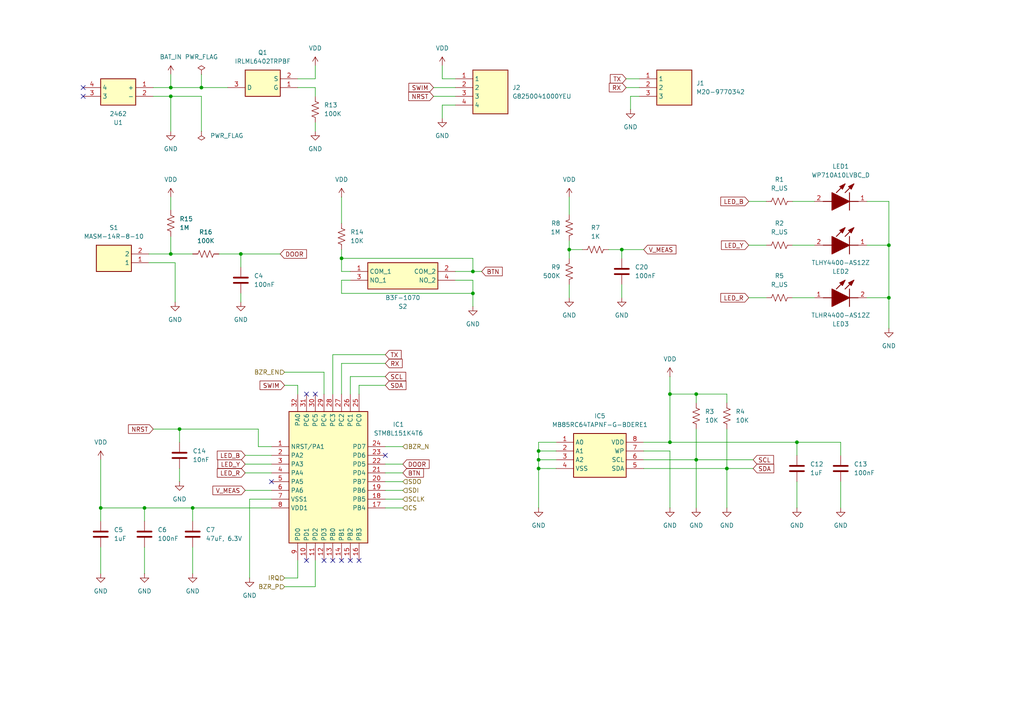
<source format=kicad_sch>
(kicad_sch (version 20250114) (generator "eeschema") (generator_version "9.0")
  (paper "A4")
  (title_block (title "MCU") (date "2025-10-02") (rev "REV0.0") (company "NPX4U"))
  (lib_symbols
    (symbol "2462:2462"
      (property "Reference" "U" (at 16.51 7.62 0))
      (property "Value" "2462" (at 16.51 5.08 0))
      (symbol "2462_1_1"
        (rectangle (start 5.08 2.54) (end 15.24 -5.08) (stroke (width 0.254)) (fill (type background)))
        (pin passive line (at 0 0 0) (length 5.08) (name "3") (number "3"))
        (pin passive line (at 0 -2.54 0) (length 5.08) (name "4") (number "4"))
        (pin passive line (at 20.32 0 180) (length 5.08) (name "-") (number "2"))
        (pin passive line (at 20.32 -2.54 180) (length 5.08) (name "+") (number "1"))
      )
    )
    (symbol "B3F-1070:B3F-1070"
      (property "Reference" "S" (at 26.67 7.62 0))
      (property "Value" "B3F-1070" (at 26.67 5.08 0))
      (symbol "B3F-1070_1_1"
        (rectangle (start 5.08 2.54) (end 25.4 -5.08) (stroke (width 0.254)) (fill (type background)))
        (pin passive line (at 0 0 0) (length 5.08) (name "NO_2") (number "4"))
        (pin passive line (at 0 -2.54 0) (length 5.08) (name "COM_2") (number "2"))
        (pin passive line (at 30.48 0 180) (length 5.08) (name "NO_1") (number "3"))
        (pin passive line (at 30.48 -2.54 180) (length 5.08) (name "COM_1") (number "1"))
      )
    )
    (symbol "Device:C" (pin_numbers (hide yes)) (pin_names (offset 0.254))
      (property "Reference" "C" (at 0.635 2.54 0))
      (property "Value" "C" (at 0.635 -2.54 0))
      (symbol "C_0_1"
        (polyline (pts (xy -2.032 0.762) (xy 2.032 0.762)) (stroke (width 0.508)))
        (polyline (pts (xy -2.032 -0.762) (xy 2.032 -0.762)) (stroke (width 0.508)))
      )
      (symbol "C_1_1"
        (pin passive line (at 0 3.81 270) (length 2.794) (name "~") (number "1"))
        (pin passive line (at 0 -3.81 90) (length 2.794) (name "~") (number "2"))
      )
    )
    (symbol "Device:R_US" (pin_numbers (hide yes)) (pin_names (offset 0))
      (property "Reference" "R" (at 2.54 0 90))
      (property "Value" "R_US" (at -2.54 0 90))
      (symbol "R_US_0_1"
        (polyline (pts (xy 0 2.286) (xy 0 2.54)))
        (polyline (pts (xy 0 2.286) (xy 1.016 1.905) (xy 0 1.524) (xy -1.016 1.143) (xy 0 0.762)))
        (polyline (pts (xy 0 0.762) (xy 1.016 0.381) (xy 0 0) (xy -1.016 -0.381) (xy 0 -0.762)))
        (polyline (pts (xy 0 -0.762) (xy 1.016 -1.143) (xy 0 -1.524) (xy -1.016 -1.905) (xy 0 -2.286)))
        (polyline (pts (xy 0 -2.286) (xy 0 -2.54)))
      )
      (symbol "R_US_1_1"
        (pin passive line (at 0 3.81 270) (length 1.27) (name "~") (number "1"))
        (pin passive line (at 0 -3.81 90) (length 1.27) (name "~") (number "2"))
      )
    )
    (symbol "G8250041000YEU:G8250041000YEU"
      (property "Reference" "J" (at 16.51 7.62 0))
      (property "Value" "G8250041000YEU" (at 16.51 5.08 0))
      (symbol "G8250041000YEU_1_1"
        (rectangle (start 5.08 2.54) (end 15.24 -10.16) (stroke (width 0.254)) (fill (type background)))
        (pin passive line (at 0 0 0) (length 5.08) (name "1") (number "1"))
        (pin passive line (at 0 -2.54 0) (length 5.08) (name "2") (number "2"))
        (pin passive line (at 0 -5.08 0) (length 5.08) (name "3") (number "3"))
        (pin passive line (at 0 -7.62 0) (length 5.08) (name "4") (number "4"))
      )
    )
    (symbol "IRLML6402TRPBF:IRLML6402TRPBF"
      (property "Reference" "Q" (at 16.51 7.62 0))
      (property "Value" "IRLML6402TRPBF" (at 16.51 5.08 0))
      (symbol "IRLML6402TRPBF_1_1"
        (rectangle (start 5.08 2.54) (end 15.24 -5.08) (stroke (width 0.254)) (fill (type background)))
        (pin passive line (at 0 0 0) (length 5.08) (name "G") (number "1"))
        (pin passive line (at 0 -2.54 0) (length 5.08) (name "S") (number "2"))
        (pin passive line (at 20.32 0 180) (length 5.08) (name "D") (number "3"))
      )
    )
    (symbol "M20-9770342:M20-9770342"
      (property "Reference" "J" (at 16.51 7.62 0))
      (property "Value" "M20-9770342" (at 16.51 5.08 0))
      (symbol "M20-9770342_1_1"
        (rectangle (start 5.08 2.54) (end 15.24 -7.62) (stroke (width 0.254)) (fill (type background)))
        (pin passive line (at 0 0 0) (length 5.08) (name "1") (number "1"))
        (pin passive line (at 0 -2.54 0) (length 5.08) (name "2") (number "2"))
        (pin passive line (at 0 -5.08 0) (length 5.08) (name "3") (number "3"))
      )
    )
    (symbol "MASM-14R-8-10:MASM-14R-8-10"
      (property "Reference" "S" (at 16.51 7.62 0))
      (property "Value" "MASM-14R-8-10" (at 16.51 5.08 0))
      (symbol "MASM-14R-8-10_1_1"
        (rectangle (start 5.08 2.54) (end 15.24 -5.08) (stroke (width 0.254)) (fill (type background)))
        (pin passive line (at 0 0 0) (length 5.08) (name "1") (number "1"))
        (pin passive line (at 0 -2.54 0) (length 5.08) (name "2") (number "2"))
      )
    )
    (symbol "MB85RC64TAPNF-G-BDERE1:MB85RC64TAPNF-G-BDERE1"
      (property "Reference" "IC" (at 21.59 7.62 0))
      (property "Value" "MB85RC64TAPNF-G-BDERE1" (at 21.59 5.08 0))
      (symbol "MB85RC64TAPNF-G-BDERE1_1_1"
        (rectangle (start 5.08 2.54) (end 20.32 -10.16) (stroke (width 0.254)) (fill (type background)))
        (pin passive line (at 0 0 0) (length 5.08) (name "A0") (number "1"))
        (pin passive line (at 0 -2.54 0) (length 5.08) (name "A1") (number "2"))
        (pin passive line (at 0 -5.08 0) (length 5.08) (name "A2") (number "3"))
        (pin passive line (at 0 -7.62 0) (length 5.08) (name "VSS") (number "4"))
        (pin passive line (at 25.4 0 180) (length 5.08) (name "VDD") (number "8"))
        (pin passive line (at 25.4 -2.54 180) (length 5.08) (name "WP") (number "7"))
        (pin passive line (at 25.4 -5.08 180) (length 5.08) (name "SCL") (number "6"))
        (pin passive line (at 25.4 -7.62 180) (length 5.08) (name "SDA") (number "5"))
      )
    )
    (symbol "STM8L151K4T6:STM8L151K4T6"
      (property "Reference" "IC" (at 29.21 15.24 0))
      (property "Value" "STM8L151K4T6" (at 29.21 12.7 0))
      (symbol "STM8L151K4T6_1_1"
        (rectangle (start 5.08 10.16) (end 27.94 -27.94) (stroke (width 0.254)) (fill (type background)))
        (pin passive line (at 0 0 0) (length 5.08) (name "NRST/PA1") (number "1"))
        (pin passive line (at 0 -2.54 0) (length 5.08) (name "PA2") (number "2"))
        (pin passive line (at 0 -5.08 0) (length 5.08) (name "PA3") (number "3"))
        (pin passive line (at 0 -7.62 0) (length 5.08) (name "PA4") (number "4"))
        (pin passive line (at 0 -10.16 0) (length 5.08) (name "PA5") (number "5"))
        (pin passive line (at 0 -12.7 0) (length 5.08) (name "PA6") (number "6"))
        (pin passive line (at 0 -15.24 0) (length 5.08) (name "VSS1") (number "7"))
        (pin passive line (at 0 -17.78 0) (length 5.08) (name "VDD1") (number "8"))
        (pin passive line (at 7.62 15.24 270) (length 5.08) (name "PA0") (number "32"))
        (pin passive line (at 7.62 -33.02 90) (length 5.08) (name "PD0") (number "9"))
        (pin passive line (at 10.16 15.24 270) (length 5.08) (name "PC6") (number "31"))
        (pin passive line (at 10.16 -33.02 90) (length 5.08) (name "PD1") (number "10"))
        (pin passive line (at 12.7 15.24 270) (length 5.08) (name "PC5") (number "30"))
        (pin passive line (at 12.7 -33.02 90) (length 5.08) (name "PD2") (number "11"))
        (pin passive line (at 15.24 15.24 270) (length 5.08) (name "PC4") (number "29"))
        (pin passive line (at 15.24 -33.02 90) (length 5.08) (name "PD3") (number "12"))
        (pin passive line (at 17.78 15.24 270) (length 5.08) (name "PC3") (number "28"))
        (pin passive line (at 17.78 -33.02 90) (length 5.08) (name "PB0") (number "13"))
        (pin passive line (at 20.32 15.24 270) (length 5.08) (name "PC2") (number "27"))
        (pin passive line (at 20.32 -33.02 90) (length 5.08) (name "PB1") (number "14"))
        (pin passive line (at 22.86 15.24 270) (length 5.08) (name "PC1") (number "26"))
        (pin passive line (at 22.86 -33.02 90) (length 5.08) (name "PB2") (number "15"))
        (pin passive line (at 25.4 15.24 270) (length 5.08) (name "PC0") (number "25"))
        (pin passive line (at 25.4 -33.02 90) (length 5.08) (name "PB3") (number "16"))
        (pin passive line (at 33.02 0 180) (length 5.08) (name "PD7") (number "24"))
        (pin passive line (at 33.02 -2.54 180) (length 5.08) (name "PD6") (number "23"))
        (pin passive line (at 33.02 -5.08 180) (length 5.08) (name "PD5") (number "22"))
        (pin passive line (at 33.02 -7.62 180) (length 5.08) (name "PD4") (number "21"))
        (pin passive line (at 33.02 -10.16 180) (length 5.08) (name "PB7") (number "20"))
        (pin passive line (at 33.02 -12.7 180) (length 5.08) (name "PB6") (number "19"))
        (pin passive line (at 33.02 -15.24 180) (length 5.08) (name "PB5") (number "18"))
        (pin passive line (at 33.02 -17.78 180) (length 5.08) (name "PB4") (number "17"))
      )
    )
    (symbol "TLHR4400-AS12Z:TLHR4400-AS12Z" (pin_names (hide yes))
      (property "Reference" "LED" (at 12.7 8.89 0))
      (property "Value" "TLHR4400-AS12Z" (at 12.7 6.35 0))
      (symbol "TLHR4400-AS12Z_1_1"
        (polyline (pts (xy 2.54 0) (xy 5.08 0)) (stroke (width 0.254)))
        (polyline (pts (xy 5.08 2.54) (xy 5.08 -2.54)) (stroke (width 0.254)))
        (polyline (pts (xy 5.08 0) (xy 10.16 2.54) (xy 10.16 -2.54) (xy 5.08 0)) (stroke (width 0.254)) (fill (type outline)))
        (polyline (pts (xy 5.334 4.318) (xy 4.572 3.556) (xy 3.81 5.08) (xy 5.334 4.318)) (stroke (width 0.254)) (fill (type outline)))
        (polyline (pts (xy 6.35 2.54) (xy 3.81 5.08)) (stroke (width 0.254)))
        (polyline (pts (xy 7.874 4.318) (xy 7.112 3.556) (xy 6.35 5.08) (xy 7.874 4.318)) (stroke (width 0.254)) (fill (type outline)))
        (polyline (pts (xy 8.89 2.54) (xy 6.35 5.08)) (stroke (width 0.254)))
        (polyline (pts (xy 10.16 0) (xy 12.7 0)) (stroke (width 0.254)))
        (pin passive line (at 0 0 0) (length 2.54) (name "K") (number "2"))
        (pin passive line (at 15.24 0 180) (length 2.54) (name "A") (number "1"))
      )
    )
    (symbol "TLHY4400-AS12Z:TLHY4400-AS12Z" (pin_names (hide yes))
      (property "Reference" "LED" (at 12.7 8.89 0))
      (property "Value" "TLHY4400-AS12Z" (at 12.7 6.35 0))
      (symbol "TLHY4400-AS12Z_1_1"
        (polyline (pts (xy 2.54 0) (xy 5.08 0)) (stroke (width 0.254)))
        (polyline (pts (xy 5.08 2.54) (xy 5.08 -2.54)) (stroke (width 0.254)))
        (polyline (pts (xy 5.08 0) (xy 10.16 2.54) (xy 10.16 -2.54) (xy 5.08 0)) (stroke (width 0.254)) (fill (type outline)))
        (polyline (pts (xy 5.334 4.318) (xy 4.572 3.556) (xy 3.81 5.08) (xy 5.334 4.318)) (stroke (width 0.254)) (fill (type outline)))
        (polyline (pts (xy 6.35 2.54) (xy 3.81 5.08)) (stroke (width 0.254)))
        (polyline (pts (xy 7.874 4.318) (xy 7.112 3.556) (xy 6.35 5.08) (xy 7.874 4.318)) (stroke (width 0.254)) (fill (type outline)))
        (polyline (pts (xy 8.89 2.54) (xy 6.35 5.08)) (stroke (width 0.254)))
        (polyline (pts (xy 10.16 0) (xy 12.7 0)) (stroke (width 0.254)))
        (pin passive line (at 0 0 0) (length 2.54) (name "K") (number "1"))
        (pin passive line (at 15.24 0 180) (length 2.54) (name "A") (number "2"))
      )
    )
    (symbol "WP710A10LVBC_D:WP710A10LVBC_D" (pin_names (hide yes))
      (property "Reference" "LED" (at 12.7 8.89 0))
      (property "Value" "WP710A10LVBC_D" (at 12.7 6.35 0))
      (symbol "WP710A10LVBC_D_1_1"
        (polyline (pts (xy 2.54 0) (xy 5.08 0)) (stroke (width 0.254)))
        (polyline (pts (xy 5.08 2.54) (xy 5.08 -2.54)) (stroke (width 0.254)))
        (polyline (pts (xy 5.08 0) (xy 10.16 2.54) (xy 10.16 -2.54) (xy 5.08 0)) (stroke (width 0.254)) (fill (type outline)))
        (polyline (pts (xy 5.334 4.318) (xy 4.572 3.556) (xy 3.81 5.08) (xy 5.334 4.318)) (stroke (width 0.254)) (fill (type outline)))
        (polyline (pts (xy 6.35 2.54) (xy 3.81 5.08)) (stroke (width 0.254)))
        (polyline (pts (xy 7.874 4.318) (xy 7.112 3.556) (xy 6.35 5.08) (xy 7.874 4.318)) (stroke (width 0.254)) (fill (type outline)))
        (polyline (pts (xy 8.89 2.54) (xy 6.35 5.08)) (stroke (width 0.254)))
        (polyline (pts (xy 10.16 0) (xy 12.7 0)) (stroke (width 0.254)))
        (pin passive line (at 0 0 0) (length 2.54) (name "K") (number "1"))
        (pin passive line (at 15.24 0 180) (length 2.54) (name "A") (number "2"))
      )
    )
    (symbol "power:GND" (power) (pin_numbers (hide yes)) (pin_names (offset 0) (hide yes))
      (property "Value" "GND" (at 0 -3.81 0))
      (symbol "GND_0_1"
        (polyline (pts (xy 0 0) (xy 0 -1.27) (xy 1.27 -1.27) (xy 0 -2.54) (xy -1.27 -1.27) (xy 0 -1.27)))
      )
      (symbol "GND_1_1"
        (pin power_in line (at 0 0 270) (length 0) (name "~") (number "1"))
      )
    )
    (symbol "power:PWR_FLAG" (power) (pin_numbers (hide yes)) (pin_names (offset 0) (hide yes))
      (property "Value" "PWR_FLAG" (at 0 3.81 0))
      (symbol "PWR_FLAG_0_0"
        (pin power_out line (at 0 0 90) (length 0) (name "~") (number "1"))
      )
      (symbol "PWR_FLAG_0_1"
        (polyline (pts (xy 0 0) (xy 0 1.27) (xy -1.016 1.905) (xy 0 2.54) (xy 1.016 1.905) (xy 0 1.27)))
      )
    )
    (symbol "power:VDD" (power) (pin_numbers (hide yes)) (pin_names (offset 0) (hide yes))
      (property "Value" "VDD" (at 0 3.556 0))
      (symbol "VDD_0_1"
        (polyline (pts (xy -0.762 1.27) (xy 0 2.54)))
        (polyline (pts (xy 0 2.54) (xy 0.762 1.27)))
        (polyline (pts (xy 0 0) (xy 0 2.54)))
      )
      (symbol "VDD_1_1"
        (pin power_in line (at 0 0 90) (length 0) (name "~") (number "1"))
      )
    )
  )
  (junction (at 257.81 71.12))
  (junction (at 99.06 74.93))
  (junction (at 210.82 135.89))
  (junction (at 52.07 124.46))
  (junction (at 257.81 86.36))
  (junction (at 201.93 114.3))
  (junction (at 29.21 147.32))
  (junction (at 41.91 147.32))
  (junction (at 180.34 72.39))
  (junction (at 156.21 135.89))
  (junction (at 69.85 73.66))
  (junction (at 137.16 78.74))
  (junction (at 49.53 73.66))
  (junction (at 55.88 147.32))
  (junction (at 49.53 25.4))
  (junction (at 137.16 85.09))
  (junction (at 156.21 133.35))
  (junction (at 58.42 25.4))
  (junction (at 165.1 72.39))
  (junction (at 231.14 128.27))
  (junction (at 49.53 27.94))
  (junction (at 194.31 128.27))
  (junction (at 194.31 114.3))
  (junction (at 201.93 133.35))
  (junction (at 156.21 130.81))
  (no_connect (at 24.13 27.94))
  (no_connect (at 78.74 139.7))
  (no_connect (at 91.44 114.3))
  (no_connect (at 99.06 162.56))
  (no_connect (at 101.6 162.56))
  (no_connect (at 104.14 162.56))
  (no_connect (at 88.9 114.3))
  (no_connect (at 111.76 132.08))
  (no_connect (at 93.98 162.56))
  (no_connect (at 88.9 162.56))
  (no_connect (at 24.13 25.4))
  (no_connect (at 96.52 162.56))
  (wire (pts (xy 165.1 69.85) (xy 165.1 72.39)))
  (wire (pts (xy 58.42 38.1) (xy 58.42 27.94)))
  (wire (pts (xy 41.91 158.75) (xy 41.91 166.37)))
  (wire (pts (xy 156.21 133.35) (xy 161.29 133.35)))
  (wire (pts (xy 137.16 74.93) (xy 99.06 74.93)))
  (wire (pts (xy 99.06 74.93) (xy 99.06 72.39)))
  (wire (pts (xy 74.93 124.46) (xy 74.93 129.54)))
  (wire (pts (xy 104.14 111.76) (xy 104.14 114.3)))
  (wire (pts (xy 132.08 22.86) (xy 128.27 22.86)))
  (wire (pts (xy 156.21 135.89) (xy 156.21 133.35)))
  (wire (pts (xy 50.8 87.63) (xy 50.8 76.2)))
  (wire (pts (xy 49.53 21.59) (xy 49.53 25.4)))
  (wire (pts (xy 71.12 132.08) (xy 78.74 132.08)))
  (wire (pts (xy 55.88 147.32) (xy 41.91 147.32)))
  (wire (pts (xy 29.21 158.75) (xy 29.21 166.37)))
  (wire (pts (xy 55.88 158.75) (xy 55.88 166.37)))
  (wire (pts (xy 201.93 133.35) (xy 218.44 133.35)))
  (wire (pts (xy 99.06 78.74) (xy 99.06 74.93)))
  (wire (pts (xy 156.21 147.32) (xy 156.21 135.89)))
  (wire (pts (xy 229.87 58.42) (xy 236.22 58.42)))
  (wire (pts (xy 49.53 27.94) (xy 49.53 38.1)))
  (wire (pts (xy 180.34 82.55) (xy 180.34 86.36)))
  (wire (pts (xy 86.36 111.76) (xy 86.36 114.3)))
  (wire (pts (xy 210.82 116.84) (xy 210.82 114.3)))
  (wire (pts (xy 125.73 27.94) (xy 132.08 27.94)))
  (wire (pts (xy 99.06 105.41) (xy 111.76 105.41)))
  (wire (pts (xy 82.55 167.64) (xy 86.36 167.64)))
  (wire (pts (xy 111.76 102.87) (xy 96.52 102.87)))
  (wire (pts (xy 63.5 73.66) (xy 69.85 73.66)))
  (wire (pts (xy 165.1 72.39) (xy 165.1 74.93)))
  (wire (pts (xy 217.17 58.42) (xy 222.25 58.42)))
  (wire (pts (xy 58.42 25.4) (xy 66.04 25.4)))
  (wire (pts (xy 55.88 147.32) (xy 55.88 151.13)))
  (wire (pts (xy 156.21 135.89) (xy 161.29 135.89)))
  (wire (pts (xy 101.6 109.22) (xy 101.6 114.3)))
  (wire (pts (xy 93.98 107.95) (xy 93.98 114.3)))
  (wire (pts (xy 137.16 81.28) (xy 132.08 81.28)))
  (wire (pts (xy 49.53 73.66) (xy 49.53 68.58)))
  (wire (pts (xy 156.21 130.81) (xy 156.21 128.27)))
  (wire (pts (xy 231.14 132.08) (xy 231.14 128.27)))
  (wire (pts (xy 52.07 124.46) (xy 44.45 124.46)))
  (wire (pts (xy 52.07 124.46) (xy 52.07 128.27)))
  (wire (pts (xy 194.31 114.3) (xy 194.31 109.22)))
  (wire (pts (xy 210.82 114.3) (xy 201.93 114.3)))
  (wire (pts (xy 217.17 86.36) (xy 222.25 86.36)))
  (wire (pts (xy 165.1 57.15) (xy 165.1 62.23)))
  (wire (pts (xy 137.16 78.74) (xy 139.7 78.74)))
  (wire (pts (xy 49.53 73.66) (xy 55.88 73.66)))
  (wire (pts (xy 186.69 135.89) (xy 210.82 135.89)))
  (wire (pts (xy 176.53 72.39) (xy 180.34 72.39)))
  (wire (pts (xy 194.31 130.81) (xy 186.69 130.81)))
  (wire (pts (xy 156.21 130.81) (xy 161.29 130.81)))
  (wire (pts (xy 58.42 21.59) (xy 58.42 25.4)))
  (wire (pts (xy 86.36 167.64) (xy 86.36 162.56)))
  (wire (pts (xy 111.76 147.32) (xy 116.84 147.32)))
  (wire (pts (xy 99.06 114.3) (xy 99.06 105.41)))
  (wire (pts (xy 251.46 71.12) (xy 257.81 71.12)))
  (wire (pts (xy 128.27 30.48) (xy 128.27 34.29)))
  (wire (pts (xy 111.76 137.16) (xy 116.84 137.16)))
  (wire (pts (xy 49.53 57.15) (xy 49.53 60.96)))
  (wire (pts (xy 132.08 30.48) (xy 128.27 30.48)))
  (wire (pts (xy 251.46 86.36) (xy 257.81 86.36)))
  (wire (pts (xy 43.18 73.66) (xy 49.53 73.66)))
  (wire (pts (xy 186.69 133.35) (xy 201.93 133.35)))
  (wire (pts (xy 194.31 128.27) (xy 194.31 114.3)))
  (wire (pts (xy 182.88 27.94) (xy 182.88 31.75)))
  (wire (pts (xy 91.44 22.86) (xy 91.44 19.05)))
  (wire (pts (xy 181.61 25.4) (xy 185.42 25.4)))
  (wire (pts (xy 72.39 144.78) (xy 78.74 144.78)))
  (wire (pts (xy 243.84 128.27) (xy 231.14 128.27)))
  (wire (pts (xy 180.34 72.39) (xy 180.34 74.93)))
  (wire (pts (xy 165.1 72.39) (xy 168.91 72.39)))
  (wire (pts (xy 44.45 25.4) (xy 49.53 25.4)))
  (wire (pts (xy 41.91 147.32) (xy 41.91 151.13)))
  (wire (pts (xy 257.81 71.12) (xy 257.81 86.36)))
  (wire (pts (xy 137.16 85.09) (xy 137.16 81.28)))
  (wire (pts (xy 99.06 85.09) (xy 137.16 85.09)))
  (wire (pts (xy 229.87 86.36) (xy 236.22 86.36)))
  (wire (pts (xy 49.53 25.4) (xy 58.42 25.4)))
  (wire (pts (xy 82.55 170.18) (xy 91.44 170.18)))
  (wire (pts (xy 71.12 134.62) (xy 78.74 134.62)))
  (wire (pts (xy 132.08 78.74) (xy 137.16 78.74)))
  (wire (pts (xy 82.55 111.76) (xy 86.36 111.76)))
  (wire (pts (xy 74.93 129.54) (xy 78.74 129.54)))
  (wire (pts (xy 231.14 128.27) (xy 194.31 128.27)))
  (wire (pts (xy 86.36 25.4) (xy 91.44 25.4)))
  (wire (pts (xy 101.6 81.28) (xy 99.06 81.28)))
  (wire (pts (xy 111.76 129.54) (xy 116.84 129.54)))
  (wire (pts (xy 137.16 88.9) (xy 137.16 85.09)))
  (wire (pts (xy 41.91 147.32) (xy 29.21 147.32)))
  (wire (pts (xy 257.81 58.42) (xy 257.81 71.12)))
  (wire (pts (xy 99.06 57.15) (xy 99.06 64.77)))
  (wire (pts (xy 111.76 134.62) (xy 116.84 134.62)))
  (wire (pts (xy 111.76 142.24) (xy 116.84 142.24)))
  (wire (pts (xy 69.85 85.09) (xy 69.85 87.63)))
  (wire (pts (xy 55.88 147.32) (xy 78.74 147.32)))
  (wire (pts (xy 243.84 139.7) (xy 243.84 147.32)))
  (wire (pts (xy 251.46 58.42) (xy 257.81 58.42)))
  (wire (pts (xy 111.76 144.78) (xy 116.84 144.78)))
  (wire (pts (xy 69.85 73.66) (xy 69.85 77.47)))
  (wire (pts (xy 257.81 86.36) (xy 257.81 95.25)))
  (wire (pts (xy 210.82 135.89) (xy 210.82 147.32)))
  (wire (pts (xy 86.36 22.86) (xy 91.44 22.86)))
  (wire (pts (xy 71.12 142.24) (xy 78.74 142.24)))
  (wire (pts (xy 111.76 109.22) (xy 101.6 109.22)))
  (wire (pts (xy 180.34 72.39) (xy 186.69 72.39)))
  (wire (pts (xy 99.06 81.28) (xy 99.06 85.09)))
  (wire (pts (xy 91.44 25.4) (xy 91.44 27.94)))
  (wire (pts (xy 125.73 25.4) (xy 132.08 25.4)))
  (wire (pts (xy 231.14 139.7) (xy 231.14 147.32)))
  (wire (pts (xy 29.21 147.32) (xy 29.21 151.13)))
  (wire (pts (xy 137.16 78.74) (xy 137.16 74.93)))
  (wire (pts (xy 229.87 71.12) (xy 236.22 71.12)))
  (wire (pts (xy 52.07 135.89) (xy 52.07 139.7)))
  (wire (pts (xy 96.52 102.87) (xy 96.52 114.3)))
  (wire (pts (xy 82.55 107.95) (xy 93.98 107.95)))
  (wire (pts (xy 181.61 22.86) (xy 185.42 22.86)))
  (wire (pts (xy 91.44 35.56) (xy 91.44 38.1)))
  (wire (pts (xy 243.84 132.08) (xy 243.84 128.27)))
  (wire (pts (xy 44.45 27.94) (xy 49.53 27.94)))
  (wire (pts (xy 111.76 111.76) (xy 104.14 111.76)))
  (wire (pts (xy 201.93 124.46) (xy 201.93 133.35)))
  (wire (pts (xy 72.39 144.78) (xy 72.39 167.64)))
  (wire (pts (xy 194.31 147.32) (xy 194.31 130.81)))
  (wire (pts (xy 210.82 135.89) (xy 218.44 135.89)))
  (wire (pts (xy 217.17 71.12) (xy 222.25 71.12)))
  (wire (pts (xy 71.12 137.16) (xy 78.74 137.16)))
  (wire (pts (xy 156.21 128.27) (xy 161.29 128.27)))
  (wire (pts (xy 210.82 124.46) (xy 210.82 135.89)))
  (wire (pts (xy 165.1 82.55) (xy 165.1 86.36)))
  (wire (pts (xy 201.93 116.84) (xy 201.93 114.3)))
  (wire (pts (xy 128.27 22.86) (xy 128.27 19.05)))
  (wire (pts (xy 58.42 27.94) (xy 49.53 27.94)))
  (wire (pts (xy 29.21 133.35) (xy 29.21 147.32)))
  (wire (pts (xy 111.76 139.7) (xy 116.84 139.7)))
  (wire (pts (xy 201.93 114.3) (xy 194.31 114.3)))
  (wire (pts (xy 74.93 124.46) (xy 52.07 124.46)))
  (wire (pts (xy 50.8 76.2) (xy 43.18 76.2)))
  (wire (pts (xy 186.69 128.27) (xy 194.31 128.27)))
  (wire (pts (xy 156.21 133.35) (xy 156.21 130.81)))
  (wire (pts (xy 101.6 78.74) (xy 99.06 78.74)))
  (wire (pts (xy 185.42 27.94) (xy 182.88 27.94)))
  (wire (pts (xy 201.93 133.35) (xy 201.93 147.32)))
  (wire (pts (xy 69.85 73.66) (xy 81.28 73.66)))
  (wire (pts (xy 91.44 170.18) (xy 91.44 162.56)))
  (global_label "V_MEAS" (shape input) (at 186.69 72.39 0) (property "Intersheetrefs" "${INTERSHEET_REFS}" (effects (hide yes))))
  (global_label "DOOR" (shape input) (at 81.28 73.66 0) (property "Intersheetrefs" "${INTERSHEET_REFS}" (effects (hide yes))))
  (global_label "RX" (shape input) (at 111.76 105.41 0) (property "Intersheetrefs" "${INTERSHEET_REFS}" (effects (hide yes))))
  (global_label "LED_B" (shape input) (at 217.17 58.42 180) (property "Intersheetrefs" "${INTERSHEET_REFS}" (effects (hide yes))))
  (global_label "BTN" (shape input) (at 116.84 137.16 0) (property "Intersheetrefs" "${INTERSHEET_REFS}" (effects (hide yes))))
  (global_label "SDA" (shape input) (at 111.76 111.76 0) (property "Intersheetrefs" "${INTERSHEET_REFS}" (effects (hide yes))))
  (global_label "SDA" (shape input) (at 218.44 135.89 0) (property "Intersheetrefs" "${INTERSHEET_REFS}" (effects (hide yes))))
  (global_label "RX" (shape input) (at 181.61 25.4 180) (property "Intersheetrefs" "${INTERSHEET_REFS}" (effects (hide yes))))
  (global_label "SWIM" (shape input) (at 125.73 25.4 180) (property "Intersheetrefs" "${INTERSHEET_REFS}" (effects (hide yes))))
  (global_label "LED_Y" (shape input) (at 217.17 71.12 180) (property "Intersheetrefs" "${INTERSHEET_REFS}" (effects (hide yes))))
  (global_label "LED_B" (shape input) (at 71.12 132.08 180) (property "Intersheetrefs" "${INTERSHEET_REFS}" (effects (hide yes))))
  (global_label "NRST" (shape input) (at 44.45 124.46 180) (property "Intersheetrefs" "${INTERSHEET_REFS}" (effects (hide yes))))
  (global_label "DOOR" (shape input) (at 116.84 134.62 0) (property "Intersheetrefs" "${INTERSHEET_REFS}" (effects (hide yes))))
  (global_label "SWIM" (shape input) (at 82.55 111.76 180) (property "Intersheetrefs" "${INTERSHEET_REFS}" (effects (hide yes))))
  (global_label "V_MEAS" (shape input) (at 71.12 142.24 180) (property "Intersheetrefs" "${INTERSHEET_REFS}" (effects (hide yes))))
  (global_label "LED_R" (shape input) (at 71.12 137.16 180) (property "Intersheetrefs" "${INTERSHEET_REFS}" (effects (hide yes))))
  (global_label "SCL" (shape input) (at 111.76 109.22 0) (property "Intersheetrefs" "${INTERSHEET_REFS}" (effects (hide yes))))
  (global_label "TX" (shape input) (at 111.76 102.87 0) (property "Intersheetrefs" "${INTERSHEET_REFS}" (effects (hide yes))))
  (global_label "NRST" (shape input) (at 125.73 27.94 180) (property "Intersheetrefs" "${INTERSHEET_REFS}" (effects (hide yes))))
  (global_label "BTN" (shape input) (at 139.7 78.74 0) (property "Intersheetrefs" "${INTERSHEET_REFS}" (effects (hide yes))))
  (global_label "SCL" (shape input) (at 218.44 133.35 0) (property "Intersheetrefs" "${INTERSHEET_REFS}" (effects (hide yes))))
  (global_label "TX" (shape input) (at 181.61 22.86 180) (property "Intersheetrefs" "${INTERSHEET_REFS}" (effects (hide yes))))
  (global_label "LED_Y" (shape input) (at 71.12 134.62 180) (property "Intersheetrefs" "${INTERSHEET_REFS}" (effects (hide yes))))
  (global_label "LED_R" (shape input) (at 217.17 86.36 180) (property "Intersheetrefs" "${INTERSHEET_REFS}" (effects (hide yes))))
  (hierarchical_label "BZR_EN" (shape input) (at 82.55 107.95 180))
  (hierarchical_label "IRQ" (shape input) (at 82.55 167.64 180))
  (hierarchical_label "SDO" (shape input) (at 116.84 139.7 0))
  (hierarchical_label "BZR_P" (shape input) (at 82.55 170.18 180))
  (hierarchical_label "SDI" (shape input) (at 116.84 142.24 0))
  (hierarchical_label "BZR_N" (shape input) (at 116.84 129.54 0))
  (hierarchical_label "CS" (shape input) (at 116.84 147.32 0))
  (hierarchical_label "SCLK" (shape input) (at 116.84 144.78 0))
  (symbol (lib_id "WP710A10LVBC_D:WP710A10LVBC_D") (at 251.46 58.42 0) (mirror y) (unit 1)
    (property "Reference" "LED1" (at 243.84 48.26 0))
    (property "Value" "WP710A10LVBC_D" (at 243.84 50.8 0))
    (property "Footprint" "MyParts:WP710A10LVBCD" (effects (hide yes)))
    (property "Datasheet" "http://www.kingbrightusa.com/images/catalog/SPEC/WP710A10LVBC-D.pdf" (effects (hide yes)))
    (property "Description" "Standard LEDs - Through Hole 3MM LOW CURRENT BLUE LED" (effects (hide yes)))
    (property "Height" "5.4" (effects (hide yes)))
    (property "Mouser Part Number" "604-WP710A10LVBCD" (effects (hide yes)))
    (property "Mouser Price/Stock" "https://www.mouser.co.uk/ProductDetail/Kingbright/WP710A10LVBC-D?qs=6oMev5NRZMF7xED66hMqMg%3D%3D" (effects (hide yes)))
    (property "Manufacturer_Name" "Kingbright" (effects (hide yes)))
    (property "Manufacturer_Part_Number" "WP710A10LVBC/D" (effects (hide yes)))
  )
  (symbol (lib_id "power:GND") (at 243.84 147.32 0) (unit 1)
    (property "Reference" "#PWR057" (effects (hide yes)))
    (property "Value" "GND" (at 243.84 152.4 0))
    (property "Description" "Power symbol creates a global label with name \"GND\" , ground" (effects (hide yes)))
  )
  (symbol (lib_id "Device:R_US") (at 226.06 58.42 90) (unit 1)
    (property "Reference" "R1" (at 226.06 52.07 90))
    (property "Value" "R_US" (at 226.06 54.61 90))
    (property "Description" "Resistor, US symbol" (effects (hide yes)))
  )
  (symbol (lib_id "G8250041000YEU:G8250041000YEU") (at 132.08 22.86 0) (unit 1)
    (property "Reference" "J2" (at 148.59 25.3999 0) (effects (justify left)))
    (property "Value" "G8250041000YEU" (at 148.59 27.9399 0) (effects (justify left)))
    (property "Footprint" "MyParts:HDRV4W55P0X200_1X4_800X200X635P" (effects (hide yes)))
    (property "Datasheet" "https://cdn.amphenol-cs.com/media/wysiwyg/files/drawing/g825xxx10x0yeu.pdf" (effects (hide yes)))
    (property "Description" "Board mount - Header Plug - Pin Header 2.0mm Pitch Vertical,1x4Pin,Gold Flash,LCP,4.0mm*2.0mm*2.8mm" (effects (hide yes)))
    (property "Height" "6.35" (effects (hide yes)))
    (property "Mouser Part Number" "523-G8250041000YEU" (effects (hide yes)))
    (property "Mouser Price/Stock" "https://www.mouser.co.uk/ProductDetail/Amphenol-Commercial-Products/G8250041000YEU?qs=f9yNj16SXrKPzZ0fvYmqsg%3D%3D" (effects (hide yes)))
    (property "Manufacturer_Name" "Amphenol" (effects (hide yes)))
    (property "Manufacturer_Part_Number" "G8250041000YEU" (effects (hide yes)))
  )
  (symbol (lib_id "Device:R_US") (at 99.06 68.58 0) (unit 1)
    (property "Reference" "R14" (at 101.6 67.3099 0) (effects (justify left)))
    (property "Value" "10K" (at 101.6 69.8499 0) (effects (justify left)))
    (property "Description" "Resistor, US symbol" (effects (hide yes)))
  )
  (symbol (lib_id "Device:C") (at 41.91 154.94 0) (unit 1)
    (property "Reference" "C6" (at 45.72 153.6699 0) (effects (justify left)))
    (property "Value" "100nF" (at 45.72 156.2099 0) (effects (justify left)))
    (property "Footprint" "Capacitor_SMD:C_0603_1608Metric" (effects (hide yes)))
    (property "Description" "Unpolarized capacitor" (effects (hide yes)))
    (property "Mouser Part Number" "81-GCJ188R72A104KA1D" (effects (hide yes)))
    (property "Mouser Price/Stock" "https://pt.mouser.com/ProductDetail/Murata-Electronics/GCJ188R72A104KA01D?qs=vAU15TnRQM%2FvAWQMlXkQEQ%3D%3D" (effects (hide yes)))
    (property "Manufacturer_Name" "Murata" (effects (hide yes)))
    (property "Manufacturer_Part_Number" "GCJ188R72A104KA1D" (effects (hide yes)))
  )
  (symbol (lib_id "MB85RC64TAPNF-G-BDERE1:MB85RC64TAPNF-G-BDERE1") (at 161.29 128.27 0) (unit 1)
    (property "Reference" "IC5" (at 173.99 120.65 0))
    (property "Value" "MB85RC64TAPNF-G-BDERE1" (at 173.99 123.19 0))
    (property "Footprint" "MyParts:SOIC127P602X173-8N" (effects (hide yes)))
    (property "Datasheet" "https://datasheet.lcsc.com/szlcsc/FUJITSU-MB85RC64TAPNF-G-BDERE1_C189804.pdf" (effects (hide yes)))
    (property "Description" "64kbit FRAM with I2C serial interface, 1.8V, 3V- SOP8 T&R" (effects (hide yes)))
    (property "Height" "1.73" (effects (hide yes)))
    (property "Mouser Part Number" "249-85C64TAPNFGBDR1" (effects (hide yes)))
    (property "Mouser Price/Stock" "https://www.mouser.co.uk/ProductDetail/Fujitsu-Semiconductor/MB85RC64TAPNF-G-BDERE1?qs=HBWAp0VN4RjAfCGOi84Ipw%3D%3D" (effects (hide yes)))
    (property "Manufacturer_Name" "Ramxeed" (effects (hide yes)))
    (property "Manufacturer_Part_Number" "MB85RC64TAPNF-G-BDERE1" (effects (hide yes)))
  )
  (symbol (lib_id "power:GND") (at 72.39 167.64 0) (unit 1)
    (property "Reference" "#PWR01" (effects (hide yes)))
    (property "Value" "GND" (at 72.39 172.72 0))
    (property "Description" "Power symbol creates a global label with name \"GND\" , ground" (effects (hide yes)))
  )
  (symbol (lib_id "Device:R_US") (at 226.06 86.36 90) (unit 1)
    (property "Reference" "R5" (at 226.06 80.01 90))
    (property "Value" "R_US" (at 226.06 82.55 90))
    (property "Description" "Resistor, US symbol" (effects (hide yes)))
  )
  (symbol (lib_id "TLHR4400-AS12Z:TLHR4400-AS12Z") (at 251.46 86.36 0) (mirror y) (unit 1)
    (property "Reference" "LED3" (at 243.84 93.98 0))
    (property "Value" "TLHR4400-AS12Z" (at 243.84 91.44 0))
    (property "Footprint" "MyParts:TLHR4400AS12Z" (effects (hide yes)))
    (property "Datasheet" "https://componentsearchengine.com/Datasheets/2/TLHR4400-AS12Z.pdf" (effects (hide yes)))
    (property "Description" "Standard LEDs - Through Hole Red 13mcd; 3mm 612-625nm; 2V Typ" (effects (hide yes)))
    (property "Height" "6.1" (effects (hide yes)))
    (property "Mouser Part Number" "78-TLHR4400-AS12Z" (effects (hide yes)))
    (property "Mouser Price/Stock" "https://www.mouser.co.uk/ProductDetail/Vishay-Semiconductors/TLHR4400-AS12Z?qs=nQ9vpdMXC6AwxmxsGskxgg%3D%3D" (effects (hide yes)))
    (property "Manufacturer_Name" "Vishay" (effects (hide yes)))
    (property "Manufacturer_Part_Number" "TLHR4400-AS12Z" (effects (hide yes)))
  )
  (symbol (lib_id "M20-9770342:M20-9770342") (at 185.42 22.86 0) (unit 1)
    (property "Reference" "J1" (at 201.93 24.1299 0) (effects (justify left)))
    (property "Value" "M20-9770342" (at 201.93 26.6699 0) (effects (justify left)))
    (property "Footprint" "MyParts:HDRV3W66P0X254_1X3_762X254X855P" (effects (hide yes)))
    (property "Datasheet" "https://cdn.harwin.com/pdfs/M20-977.pdf" (effects (hide yes)))
    (property "Description" "2.54mm (0.1\") Pitch SIL Vertical Throughboard Pin Header, 5.8mm mating pin height, selective gold + tin, 3 contacts" (effects (hide yes)))
    (property "Height" "8.55" (effects (hide yes)))
    (property "Mouser Part Number" "855-M20-9770342" (effects (hide yes)))
    (property "Mouser Price/Stock" "https://www.mouser.co.uk/ProductDetail/Harwin/M20-9770342?qs=Jph8NoUxIfVskiTzAX%252BIFA%3D%3D" (effects (hide yes)))
    (property "Manufacturer_Name" "Harwin" (effects (hide yes)))
    (property "Manufacturer_Part_Number" "M20-9770342" (effects (hide yes)))
  )
  (symbol (lib_id "power:GND") (at 55.88 166.37 0) (unit 1)
    (property "Reference" "#PWR04" (effects (hide yes)))
    (property "Value" "GND" (at 55.88 171.45 0))
    (property "Description" "Power symbol creates a global label with name \"GND\" , ground" (effects (hide yes)))
  )
  (symbol (lib_id "power:GND") (at 165.1 86.36 0) (unit 1)
    (property "Reference" "#PWR044" (effects (hide yes)))
    (property "Value" "GND" (at 165.1 91.44 0))
    (property "Description" "Power symbol creates a global label with name \"GND\" , ground" (effects (hide yes)))
  )
  (symbol (lib_id "power:VDD") (at 49.53 21.59 0) (unit 1)
    (property "Reference" "#PWR06" (effects (hide yes)))
    (property "Value" "BAT_IN" (at 49.53 16.51 0))
    (property "Description" "Power symbol creates a global label with name \"VDD\"" (effects (hide yes)))
  )
  (symbol (lib_id "Device:C") (at 29.21 154.94 0) (unit 1)
    (property "Reference" "C5" (at 33.02 153.6699 0) (effects (justify left)))
    (property "Value" "1uF" (at 33.02 156.2099 0) (effects (justify left)))
    (property "Footprint" "Capacitor_SMD:C_0603_1608Metric" (effects (hide yes)))
    (property "Description" "Unpolarized capacitor" (effects (hide yes)))
    (property "Mouser Part Number" "963-MBASE168SB7105KT" (effects (hide yes)))
    (property "Mouser Price/Stock" "https://pt.mouser.com/ProductDetail/TAIYO-YUDEN/MBASE168SB7105KTNA18?qs=tlsG%2FOw5FFjIAHVuuey7kA%3D%3D" (effects (hide yes)))
    (property "Manufacturer_Name" "TAYO YUDEN" (effects (hide yes)))
    (property "Manufacturer_Part_Number" "MBASE168SB7105KTNA18" (effects (hide yes)))
  )
  (symbol (lib_id "power:GND") (at 182.88 31.75 0) (unit 1)
    (property "Reference" "#PWR012" (effects (hide yes)))
    (property "Value" "GND" (at 182.88 36.83 0))
    (property "Description" "Power symbol creates a global label with name \"GND\" , ground" (effects (hide yes)))
  )
  (symbol (lib_id "power:VDD") (at 91.44 19.05 0) (unit 1)
    (property "Reference" "#PWR020" (effects (hide yes)))
    (property "Value" "VDD" (at 91.44 13.97 0))
    (property "Description" "Power symbol creates a global label with name \"VDD\"" (effects (hide yes)))
  )
  (symbol (lib_id "power:GND") (at 50.8 87.63 0) (unit 1)
    (property "Reference" "#PWR015" (effects (hide yes)))
    (property "Value" "GND" (at 50.8 92.71 0))
    (property "Description" "Power symbol creates a global label with name \"GND\" , ground" (effects (hide yes)))
  )
  (symbol (lib_id "power:PWR_FLAG") (at 58.42 38.1 180) (unit 1)
    (property "Reference" "#FLG02" (effects (hide yes)))
    (property "Value" "PWR_FLAG" (at 60.96 39.3699 0) (effects (justify right)))
    (property "Description" "Special symbol for telling ERC where power comes from" (effects (hide yes)))
  )
  (symbol (lib_id "STM8L151K4T6:STM8L151K4T6") (at 78.74 129.54 0) (unit 1)
    (property "Reference" "IC1" (at 115.57 123.1198 0))
    (property "Value" "STM8L151K4T6" (at 115.57 125.6598 0))
    (property "Footprint" "MyParts:QFP80P900X900X160-32N" (effects (hide yes)))
    (property "Datasheet" "http://www.st.com/st-web-ui/static/active/en/resource/technical/document/datasheet/CD00240181.pdf" (effects (hide yes)))
    (property "Description" "STM8L151K4T6, 8 bit STM8 Microcontroller 16MHz 1 kB, 16 kB Flash, 2 kB RAM, I2C 32-Pin LQFP" (effects (hide yes)))
    (property "Height" "1.6" (effects (hide yes)))
    (property "Mouser Part Number" "511-STM8L151K4T6" (effects (hide yes)))
    (property "Mouser Price/Stock" "https://www.mouser.co.uk/ProductDetail/STMicroelectronics/STM8L151K4T6?qs=H8t2elxe2QfV%252BTwO2SHNjg%3D%3D" (effects (hide yes)))
    (property "Manufacturer_Name" "STMicroelectronics" (effects (hide yes)))
    (property "Manufacturer_Part_Number" "STM8L151K4T6" (effects (hide yes)))
  )
  (symbol (lib_id "IRLML6402TRPBF:IRLML6402TRPBF") (at 86.36 25.4 180) (unit 1)
    (property "Reference" "Q1" (at 76.2 15.24 0))
    (property "Value" "IRLML6402TRPBF" (at 76.2 17.78 0))
    (property "Footprint" "MyParts:SOT95P237X112-3N" (effects (hide yes)))
    (property "Datasheet" "http://www.infineon.com/dgdl/irlml6402pbf.pdf?fileId=5546d462533600a401535668d5c2263c" (effects (hide yes)))
    (property "Description" "MOSFET MOSFT P-Ch -3.7A 65mOhm 8nC Log Lvl" (effects (hide yes)))
    (property "Height" "1.12" (effects (hide yes)))
    (property "Mouser Part Number" "942-IRLML6402TRPBF" (effects (hide yes)))
    (property "Mouser Price/Stock" "https://www.mouser.co.uk/ProductDetail/Infineon-Technologies/IRLML6402TRPBF?qs=9%252BKlkBgLFf0HuZuONx2Ewg%3D%3D" (effects (hide yes)))
    (property "Manufacturer_Name" "Infineon" (effects (hide yes)))
    (property "Manufacturer_Part_Number" "IRLML6402TRPBF" (effects (hide yes)))
  )
  (symbol (lib_id "power:GND") (at 201.93 147.32 0) (unit 1)
    (property "Reference" "#PWR058" (effects (hide yes)))
    (property "Value" "GND" (at 201.93 152.4 0))
    (property "Description" "Power symbol creates a global label with name \"GND\" , ground" (effects (hide yes)))
  )
  (symbol (lib_id "power:GND") (at 156.21 147.32 0) (unit 1)
    (property "Reference" "#PWR013" (effects (hide yes)))
    (property "Value" "GND" (at 156.21 152.4 0))
    (property "Description" "Power symbol creates a global label with name \"GND\" , ground" (effects (hide yes)))
  )
  (symbol (lib_id "Device:C") (at 243.84 135.89 0) (unit 1)
    (property "Reference" "C13" (at 247.65 134.6199 0) (effects (justify left)))
    (property "Value" "100nF" (at 247.65 137.1599 0) (effects (justify left)))
    (property "Footprint" "Capacitor_SMD:C_0603_1608Metric" (effects (hide yes)))
    (property "Description" "Unpolarized capacitor" (effects (hide yes)))
    (property "Mouser Part Number" "81-GCJ188R72A104KA1D" (effects (hide yes)))
    (property "Mouser Price/Stock" "https://pt.mouser.com/ProductDetail/Murata-Electronics/GCJ188R72A104KA01D?qs=vAU15TnRQM%2FvAWQMlXkQEQ%3D%3D" (effects (hide yes)))
    (property "Manufacturer_Name" "Murata" (effects (hide yes)))
    (property "Manufacturer_Part_Number" "GCJ188R72A104KA1D" (effects (hide yes)))
  )
  (symbol (lib_id "Device:R_US") (at 91.44 31.75 0) (unit 1)
    (property "Reference" "R13" (at 93.98 30.4799 0) (effects (justify left)))
    (property "Value" "100K" (at 93.98 33.0199 0) (effects (justify left)))
    (property "Description" "Resistor, US symbol" (effects (hide yes)))
  )
  (symbol (lib_id "Device:R_US") (at 226.06 71.12 90) (unit 1)
    (property "Reference" "R2" (at 226.06 64.77 90))
    (property "Value" "R_US" (at 226.06 67.31 90))
    (property "Description" "Resistor, US symbol" (effects (hide yes)))
  )
  (symbol (lib_id "power:GND") (at 49.53 38.1 0) (unit 1)
    (property "Reference" "#PWR05" (effects (hide yes)))
    (property "Value" "GND" (at 49.53 43.18 0))
    (property "Description" "Power symbol creates a global label with name \"GND\" , ground" (effects (hide yes)))
  )
  (symbol (lib_id "power:PWR_FLAG") (at 58.42 21.59 0) (unit 1)
    (property "Reference" "#FLG01" (effects (hide yes)))
    (property "Value" "PWR_FLAG" (at 58.42 16.51 0))
    (property "Description" "Special symbol for telling ERC where power comes from" (effects (hide yes)))
  )
  (symbol (lib_id "Device:R_US") (at 49.53 64.77 0) (unit 1)
    (property "Reference" "R15" (at 52.07 63.4999 0) (effects (justify left)))
    (property "Value" "1M" (at 52.07 66.0399 0) (effects (justify left)))
    (property "Description" "Resistor, US symbol" (effects (hide yes)))
  )
  (symbol (lib_id "power:GND") (at 180.34 86.36 0) (unit 1)
    (property "Reference" "#PWR040" (effects (hide yes)))
    (property "Value" "GND" (at 180.34 91.44 0))
    (property "Description" "Power symbol creates a global label with name \"GND\" , ground" (effects (hide yes)))
  )
  (symbol (lib_id "power:VDD") (at 194.31 109.22 0) (unit 1)
    (property "Reference" "#PWR054" (effects (hide yes)))
    (property "Value" "VDD" (at 194.31 104.14 0))
    (property "Description" "Power symbol creates a global label with name \"VDD\"" (effects (hide yes)))
  )
  (symbol (lib_id "power:VDD") (at 99.06 57.15 0) (unit 1)
    (property "Reference" "#PWR023" (effects (hide yes)))
    (property "Value" "VDD" (at 99.06 52.07 0))
    (property "Description" "Power symbol creates a global label with name \"VDD\"" (effects (hide yes)))
  )
  (symbol (lib_id "power:GND") (at 137.16 88.9 0) (unit 1)
    (property "Reference" "#PWR022" (effects (hide yes)))
    (property "Value" "GND" (at 137.16 93.98 0))
    (property "Description" "Power symbol creates a global label with name \"GND\" , ground" (effects (hide yes)))
  )
  (symbol (lib_id "power:GND") (at 41.91 166.37 0) (unit 1)
    (property "Reference" "#PWR03" (effects (hide yes)))
    (property "Value" "GND" (at 41.91 171.45 0))
    (property "Description" "Power symbol creates a global label with name \"GND\" , ground" (effects (hide yes)))
  )
  (symbol (lib_id "Device:C") (at 180.34 78.74 0) (unit 1)
    (property "Reference" "C20" (at 184.15 77.4699 0) (effects (justify left)))
    (property "Value" "100nF" (at 184.15 80.0099 0) (effects (justify left)))
    (property "Footprint" "Capacitor_SMD:C_0603_1608Metric" (effects (hide yes)))
    (property "Description" "Unpolarized capacitor" (effects (hide yes)))
    (property "Mouser Part Number" "81-GCJ188R72A104KA1D" (effects (hide yes)))
    (property "Mouser Price/Stock" "https://pt.mouser.com/ProductDetail/Murata-Electronics/GCJ188R72A104KA01D?qs=vAU15TnRQM%2FvAWQMlXkQEQ%3D%3D" (effects (hide yes)))
    (property "Manufacturer_Name" "Murata" (effects (hide yes)))
    (property "Manufacturer_Part_Number" "GCJ188R72A104KA1D" (effects (hide yes)))
  )
  (symbol (lib_id "power:GND") (at 194.31 147.32 0) (unit 1)
    (property "Reference" "#PWR055" (effects (hide yes)))
    (property "Value" "GND" (at 194.31 152.4 0))
    (property "Description" "Power symbol creates a global label with name \"GND\" , ground" (effects (hide yes)))
  )
  (symbol (lib_id "Device:R_US") (at 165.1 78.74 0) (mirror x) (unit 1)
    (property "Reference" "R9" (at 162.56 77.4699 0) (effects (justify right)))
    (property "Value" "500K" (at 162.56 80.0099 0) (effects (justify right)))
    (property "Description" "Resistor, US symbol" (effects (hide yes)))
  )
  (symbol (lib_id "power:GND") (at 29.21 166.37 0) (unit 1)
    (property "Reference" "#PWR02" (effects (hide yes)))
    (property "Value" "GND" (at 29.21 171.45 0))
    (property "Description" "Power symbol creates a global label with name \"GND\" , ground" (effects (hide yes)))
  )
  (symbol (lib_id "power:GND") (at 231.14 147.32 0) (unit 1)
    (property "Reference" "#PWR056" (effects (hide yes)))
    (property "Value" "GND" (at 231.14 152.4 0))
    (property "Description" "Power symbol creates a global label with name \"GND\" , ground" (effects (hide yes)))
  )
  (symbol (lib_id "power:GND") (at 257.81 95.25 0) (unit 1)
    (property "Reference" "#PWR021" (effects (hide yes)))
    (property "Value" "GND" (at 257.81 100.33 0))
    (property "Description" "Power symbol creates a global label with name \"GND\" , ground" (effects (hide yes)))
  )
  (symbol (lib_id "power:VDD") (at 29.21 133.35 0) (unit 1)
    (property "Reference" "#PWR011" (effects (hide yes)))
    (property "Value" "VDD" (at 29.21 128.27 0))
    (property "Description" "Power symbol creates a global label with name \"VDD\"" (effects (hide yes)))
  )
  (symbol (lib_id "Device:R_US") (at 172.72 72.39 90) (unit 1)
    (property "Reference" "R7" (at 172.72 66.04 90))
    (property "Value" "1K" (at 172.72 68.58 90))
    (property "Description" "Resistor, US symbol" (effects (hide yes)))
  )
  (symbol (lib_id "B3F-1070:B3F-1070") (at 132.08 81.28 180) (unit 1)
    (property "Reference" "S2" (at 116.84 88.9 0))
    (property "Value" "B3F-1070" (at 116.84 86.36 0))
    (property "Footprint" "MyParts:B3F1060" (effects (hide yes)))
    (property "Datasheet" "http://omronfs.omron.com/en_US/ecb/products/pdf/en-b3f.pdf" (effects (hide yes)))
    (property "Description" "Switch Tact SPST,flat 9.5mm act,PC Pins Plunger Tactile Switch, SPST-NO 0.05 A@ 24 V dc 6.1mm" (effects (hide yes)))
    (property "Height" "7" (effects (hide yes)))
    (property "Mouser Part Number" "653-B3F-1070" (effects (hide yes)))
    (property "Mouser Price/Stock" "https://www.mouser.co.uk/ProductDetail/Omron-Electronics/B3F-1070?qs=CX134%252BdLMDEbZOltqAbCng%3D%3D" (effects (hide yes)))
    (property "Manufacturer_Name" "Omron Electronics" (effects (hide yes)))
    (property "Manufacturer_Part_Number" "B3F-1070" (effects (hide yes)))
  )
  (symbol (lib_id "power:VDD") (at 49.53 57.15 0) (unit 1)
    (property "Reference" "#PWR010" (effects (hide yes)))
    (property "Value" "VDD" (at 49.53 52.07 0))
    (property "Description" "Power symbol creates a global label with name \"VDD\"" (effects (hide yes)))
  )
  (symbol (lib_id "Device:C") (at 55.88 154.94 0) (unit 1)
    (property "Reference" "C7" (at 59.69 153.6699 0) (effects (justify left)))
    (property "Value" "47uF, 6.3V" (at 59.69 156.2099 0) (effects (justify left)))
    (property "Footprint" "Capacitor_SMD:C_1206_3216Metric" (effects (hide yes)))
    (property "Description" "Unpolarized capacitor" (effects (hide yes)))
    (property "Mouser Part Number" "963-JMK325B7476MM-PR" (effects (hide yes)))
    (property "Mouser Price/Stock" "https://pt.mouser.com/ProductDetail/TAIYO-YUDEN/JMK325B7476MM-PR?qs=Zy5V7Kj3rCX4DwGK2%252BK4QQ%3D%3D" (effects (hide yes)))
    (property "Manufacturer_Name" "TAYO YUDEN" (effects (hide yes)))
    (property "Manufacturer_Part_Number" "JMK325B7476MM-PR" (effects (hide yes)))
  )
  (symbol (lib_id "MASM-14R-8-10:MASM-14R-8-10") (at 43.18 76.2 180) (unit 1)
    (property "Reference" "S1" (at 33.02 66.04 0))
    (property "Value" "MASM-14R-8-10" (at 33.02 68.58 0))
    (property "Footprint" "MyParts:MASM14R810" (effects (hide yes)))
    (property "Description" "Magnetic / Reed Switches 8-10 AT 200Vdc @ 10W" (effects (hide yes)))
    (property "Height" "2.84" (effects (hide yes)))
    (property "Mouser Part Number" "934-MASM-14R-8-10" (effects (hide yes)))
    (property "Mouser Price/Stock" "https://www.mouser.co.uk/ProductDetail/Littelfuse/MASM-14R-8-10?qs=5ptrxOxu%252BRY84YYgQdk4WQ%3D%3D" (effects (hide yes)))
    (property "Manufacturer_Name" "LITTELFUSE" (effects (hide yes)))
    (property "Manufacturer_Part_Number" "MASM-14R-8-10" (effects (hide yes)))
  )
  (symbol (lib_id "Device:C") (at 52.07 132.08 0) (unit 1)
    (property "Reference" "C14" (at 55.88 130.8099 0) (effects (justify left)))
    (property "Value" "10nF" (at 55.88 133.3499 0) (effects (justify left)))
    (property "Footprint" "Capacitor_SMD:C_0603_1608Metric" (effects (hide yes)))
    (property "Description" "Unpolarized capacitor" (effects (hide yes)))
    (property "Mouser Part Number" "81-GCJ188R72A104KA1D" (effects (hide yes)))
    (property "Mouser Price/Stock" "https://pt.mouser.com/ProductDetail/Murata-Electronics/GCJ188R72A104KA01D?qs=vAU15TnRQM%2FvAWQMlXkQEQ%3D%3D" (effects (hide yes)))
    (property "Manufacturer_Name" "Murata" (effects (hide yes)))
    (property "Manufacturer_Part_Number" "GCJ188R72A104KA1D" (effects (hide yes)))
  )
  (symbol (lib_id "Device:R_US") (at 165.1 66.04 0) (mirror x) (unit 1)
    (property "Reference" "R8" (at 162.56 64.7699 0) (effects (justify right)))
    (property "Value" "1M" (at 162.56 67.3099 0) (effects (justify right)))
    (property "Description" "Resistor, US symbol" (effects (hide yes)))
  )
  (symbol (lib_id "power:GND") (at 69.85 87.63 0) (unit 1)
    (property "Reference" "#PWR014" (effects (hide yes)))
    (property "Value" "GND" (at 69.85 92.71 0))
    (property "Description" "Power symbol creates a global label with name \"GND\" , ground" (effects (hide yes)))
  )
  (symbol (lib_id "power:VDD") (at 165.1 57.15 0) (unit 1)
    (property "Reference" "#PWR045" (effects (hide yes)))
    (property "Value" "VDD" (at 165.1 52.07 0))
    (property "Description" "Power symbol creates a global label with name \"VDD\"" (effects (hide yes)))
  )
  (symbol (lib_id "Device:C") (at 231.14 135.89 0) (unit 1)
    (property "Reference" "C12" (at 234.95 134.6199 0) (effects (justify left)))
    (property "Value" "1uF" (at 234.95 137.1599 0) (effects (justify left)))
    (property "Footprint" "Capacitor_SMD:C_0603_1608Metric" (effects (hide yes)))
    (property "Description" "Unpolarized capacitor" (effects (hide yes)))
    (property "Mouser Part Number" "963-MBASE168SB7105KT" (effects (hide yes)))
    (property "Mouser Price/Stock" "https://pt.mouser.com/ProductDetail/TAIYO-YUDEN/MBASE168SB7105KTNA18?qs=tlsG%2FOw5FFjIAHVuuey7kA%3D%3D" (effects (hide yes)))
    (property "Manufacturer_Name" "TAYO YUDEN" (effects (hide yes)))
    (property "Manufacturer_Part_Number" "MBASE168SB7105KTNA18" (effects (hide yes)))
  )
  (symbol (lib_id "power:GND") (at 91.44 38.1 0) (unit 1)
    (property "Reference" "#PWR019" (effects (hide yes)))
    (property "Value" "GND" (at 91.44 43.18 0))
    (property "Description" "Power symbol creates a global label with name \"GND\" , ground" (effects (hide yes)))
  )
  (symbol (lib_id "Device:R_US") (at 210.82 120.65 0) (unit 1)
    (property "Reference" "R4" (at 213.36 119.3799 0) (effects (justify left)))
    (property "Value" "10K" (at 213.36 121.9199 0) (effects (justify left)))
    (property "Description" "Resistor, US symbol" (effects (hide yes)))
  )
  (symbol (lib_id "power:VDD") (at 128.27 19.05 0) (unit 1)
    (property "Reference" "#PWR07" (effects (hide yes)))
    (property "Value" "VDD" (at 128.27 13.97 0))
    (property "Description" "Power symbol creates a global label with name \"VDD\"" (effects (hide yes)))
  )
  (symbol (lib_id "Device:R_US") (at 201.93 120.65 0) (unit 1)
    (property "Reference" "R3" (at 204.47 119.3799 0) (effects (justify left)))
    (property "Value" "10K" (at 204.47 121.9199 0) (effects (justify left)))
    (property "Description" "Resistor, US symbol" (effects (hide yes)))
  )
  (symbol (lib_id "Device:C") (at 69.85 81.28 0) (unit 1)
    (property "Reference" "C4" (at 73.66 80.0099 0) (effects (justify left)))
    (property "Value" "100nF" (at 73.66 82.5499 0) (effects (justify left)))
    (property "Footprint" "Capacitor_SMD:C_0603_1608Metric" (effects (hide yes)))
    (property "Description" "Unpolarized capacitor" (effects (hide yes)))
    (property "Mouser Part Number" "81-GCJ188R72A104KA1D" (effects (hide yes)))
    (property "Mouser Price/Stock" "https://pt.mouser.com/ProductDetail/Murata-Electronics/GCJ188R72A104KA01D?qs=vAU15TnRQM%2FvAWQMlXkQEQ%3D%3D" (effects (hide yes)))
    (property "Manufacturer_Name" "Murata" (effects (hide yes)))
    (property "Manufacturer_Part_Number" "GCJ188R72A104KA1D" (effects (hide yes)))
  )
  (symbol (lib_id "power:GND") (at 128.27 34.29 0) (unit 1)
    (property "Reference" "#PWR08" (effects (hide yes)))
    (property "Value" "GND" (at 128.27 39.37 0))
    (property "Description" "Power symbol creates a global label with name \"GND\" , ground" (effects (hide yes)))
  )
  (symbol (lib_id "2462:2462") (at 24.13 27.94 0) (mirror x) (unit 1)
    (property "Reference" "U1" (at 34.29 35.56 0))
    (property "Value" "2462" (at 34.29 33.02 0))
    (property "Footprint" "MyParts:2462" (effects (hide yes)))
    (property "Datasheet" "http://www.keyelco.com/product-pdf.cfm?p=1027" (effects (hide yes)))
    (property "Description" "KEYSTONE - 2462 - BATTERY HOLDER" (effects (hide yes)))
    (property "Height" "16.51" (effects (hide yes)))
    (property "Mouser Part Number" "534-2462" (effects (hide yes)))
    (property "Mouser Price/Stock" "https://www.mouser.co.uk/ProductDetail/Keystone-Electronics/2462?qs=3CbvriavsLChvFNADwDLZA%3D%3D" (effects (hide yes)))
    (property "Manufacturer_Name" "Keystone Electronics" (effects (hide yes)))
    (property "Manufacturer_Part_Number" "2462" (effects (hide yes)))
  )
  (symbol (lib_id "TLHY4400-AS12Z:TLHY4400-AS12Z") (at 251.46 71.12 0) (mirror y) (unit 1)
    (property "Reference" "LED2" (at 243.84 78.74 0))
    (property "Value" "TLHY4400-AS12Z" (at 243.84 76.2 0))
    (property "Footprint" "MyParts:TLHY4400AS12Z" (effects (hide yes)))
    (property "Datasheet" "http://www.vishay.com/docs/83006/tlhg440.pdf" (effects (hide yes)))
    (property "Description" "Standard LEDs - Through Hole Yel 10mcd; 3mm 581-594nm, 2.4V Typ" (effects (hide yes)))
    (property "Mouser Part Number" "78-TLHY4400-AS12Z" (effects (hide yes)))
    (property "Mouser Price/Stock" "https://www.mouser.co.uk/ProductDetail/Vishay-Semiconductors/TLHY4400-AS12Z?qs=nQ9vpdMXC6D7BUjVD5tUJw%3D%3D" (effects (hide yes)))
    (property "Manufacturer_Name" "Vishay" (effects (hide yes)))
    (property "Manufacturer_Part_Number" "TLHY4400-AS12Z" (effects (hide yes)))
  )
  (symbol (lib_id "power:GND") (at 210.82 147.32 0) (unit 1)
    (property "Reference" "#PWR059" (effects (hide yes)))
    (property "Value" "GND" (at 210.82 152.4 0))
    (property "Description" "Power symbol creates a global label with name \"GND\" , ground" (effects (hide yes)))
  )
  (symbol (lib_id "Device:R_US") (at 59.69 73.66 90) (unit 1)
    (property "Reference" "R16" (at 59.69 67.31 90))
    (property "Value" "100K" (at 59.69 69.85 90))
    (property "Description" "Resistor, US symbol" (effects (hide yes)))
  )
  (symbol (lib_id "power:GND") (at 52.07 139.7 0) (unit 1)
    (property "Reference" "#PWR09" (effects (hide yes)))
    (property "Value" "GND" (at 52.07 144.78 0))
    (property "Description" "Power symbol creates a global label with name \"GND\" , ground" (effects (hide yes)))
  )
)
</source>
